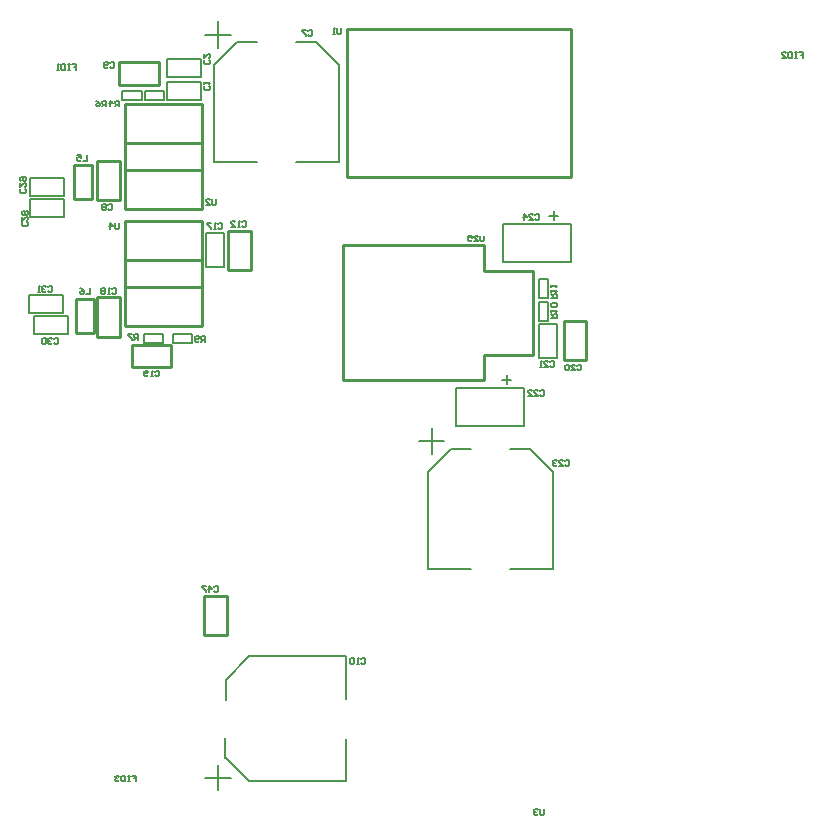
<source format=gbo>
G04 Layer_Color=32896*
%FSLAX25Y25*%
%MOIN*%
G70*
G01*
G75*
%ADD10C,0.00500*%
%ADD53C,0.01000*%
%ADD63C,0.00787*%
%ADD64C,0.00787*%
%ADD106C,0.00600*%
D10*
X549170Y720700D02*
X555670D01*
X549170Y717700D02*
Y720700D01*
Y717700D02*
X555670D01*
Y720700D01*
X542000Y799000D02*
X548500D01*
Y802000D01*
X542000D02*
X548500D01*
X542000Y799000D02*
Y802000D01*
X549500Y799000D02*
X556000D01*
Y802000D01*
X549500D02*
X556000D01*
X549500Y799000D02*
Y802000D01*
X558950Y720900D02*
X565450D01*
X558950Y717900D02*
Y720900D01*
Y717900D02*
X565450D01*
Y720900D01*
X676117Y690301D02*
Y702899D01*
X653283Y690301D02*
X676117D01*
X653283D02*
Y702899D01*
X676117D01*
X681100Y725050D02*
Y731550D01*
Y725050D02*
X684100D01*
Y731550D01*
X681100D02*
X684100D01*
X681100Y732850D02*
Y739350D01*
Y732850D02*
X684100D01*
Y739350D01*
X681100D02*
X684100D01*
X691779Y744901D02*
Y757499D01*
X668944Y744901D02*
X691779D01*
X668944D02*
Y757499D01*
X691779D01*
X571066Y803433D02*
X571399Y803100D01*
Y802433D01*
X571066Y802100D01*
X569733D01*
X569400Y802433D01*
Y803100D01*
X569733Y803433D01*
X569400Y804099D02*
Y804766D01*
Y804433D01*
X571399D01*
X571066Y804099D01*
X571133Y812233D02*
X571466Y811900D01*
Y811233D01*
X571133Y810900D01*
X569800D01*
X569467Y811233D01*
Y811900D01*
X569800Y812233D01*
X569467Y814232D02*
Y812899D01*
X570799Y814232D01*
X571133D01*
X571466Y813899D01*
Y813233D01*
X571133Y812899D01*
X603867Y821766D02*
X604200Y822099D01*
X604867D01*
X605200Y821766D01*
Y820433D01*
X604867Y820100D01*
X604200D01*
X603867Y820433D01*
X603201Y822099D02*
X601868D01*
Y821766D01*
X603201Y820433D01*
Y820100D01*
X573967Y757466D02*
X574300Y757799D01*
X574967D01*
X575300Y757466D01*
Y756133D01*
X574967Y755800D01*
X574300D01*
X573967Y756133D01*
X573301Y755800D02*
X572634D01*
X572967D01*
Y757799D01*
X573301Y757466D01*
X571634Y757799D02*
X570302D01*
Y757466D01*
X571634Y756133D01*
Y755800D01*
X684667Y711466D02*
X685000Y711799D01*
X685667D01*
X686000Y711466D01*
Y710133D01*
X685667Y709800D01*
X685000D01*
X684667Y710133D01*
X682668Y709800D02*
X684001D01*
X682668Y711133D01*
Y711466D01*
X683001Y711799D01*
X683667D01*
X684001Y711466D01*
X682001Y709800D02*
X681335D01*
X681668D01*
Y711799D01*
X682001Y711466D01*
X681467Y701839D02*
X681800Y702173D01*
X682467D01*
X682800Y701839D01*
Y700506D01*
X682467Y700173D01*
X681800D01*
X681467Y700506D01*
X679468Y700173D02*
X680801D01*
X679468Y701506D01*
Y701839D01*
X679801Y702173D01*
X680467D01*
X680801Y701839D01*
X677468Y700173D02*
X678801D01*
X677468Y701506D01*
Y701839D01*
X677802Y702173D01*
X678468D01*
X678801Y701839D01*
X689567Y678666D02*
X689900Y678999D01*
X690567D01*
X690900Y678666D01*
Y677333D01*
X690567Y677000D01*
X689900D01*
X689567Y677333D01*
X687568Y677000D02*
X688901D01*
X687568Y678333D01*
Y678666D01*
X687901Y678999D01*
X688567D01*
X688901Y678666D01*
X686901D02*
X686568Y678999D01*
X685902D01*
X685568Y678666D01*
Y678333D01*
X685902Y678000D01*
X686235D01*
X685902D01*
X685568Y677666D01*
Y677333D01*
X685902Y677000D01*
X686568D01*
X686901Y677333D01*
X679767Y760566D02*
X680100Y760899D01*
X680767D01*
X681100Y760566D01*
Y759233D01*
X680767Y758900D01*
X680100D01*
X679767Y759233D01*
X677768Y758900D02*
X679101D01*
X677768Y760233D01*
Y760566D01*
X678101Y760899D01*
X678767D01*
X679101Y760566D01*
X676102Y758900D02*
Y760899D01*
X677101Y759900D01*
X675768D01*
X510166Y758033D02*
X510499Y757700D01*
Y757033D01*
X510166Y756700D01*
X508833D01*
X508500Y757033D01*
Y757700D01*
X508833Y758033D01*
X508500Y760032D02*
Y758699D01*
X509833Y760032D01*
X510166D01*
X510499Y759699D01*
Y759033D01*
X510166Y758699D01*
Y760699D02*
X510499Y761032D01*
Y761698D01*
X510166Y762032D01*
X509833D01*
X509500Y761698D01*
X509166Y762032D01*
X508833D01*
X508500Y761698D01*
Y761032D01*
X508833Y760699D01*
X509166D01*
X509500Y761032D01*
X509833Y760699D01*
X510166D01*
X509500Y761032D02*
Y761698D01*
X509766Y769333D02*
X510099Y769000D01*
Y768333D01*
X509766Y768000D01*
X508433D01*
X508100Y768333D01*
Y769000D01*
X508433Y769333D01*
X508100Y771332D02*
Y769999D01*
X509433Y771332D01*
X509766D01*
X510099Y770999D01*
Y770333D01*
X509766Y769999D01*
X508433Y771999D02*
X508100Y772332D01*
Y772998D01*
X508433Y773332D01*
X509766D01*
X510099Y772998D01*
Y772332D01*
X509766Y771999D01*
X509433D01*
X509100Y772332D01*
Y773332D01*
X519467Y719166D02*
X519800Y719499D01*
X520467D01*
X520800Y719166D01*
Y717833D01*
X520467Y717500D01*
X519800D01*
X519467Y717833D01*
X518801Y719166D02*
X518467Y719499D01*
X517801D01*
X517468Y719166D01*
Y718833D01*
X517801Y718500D01*
X518134D01*
X517801D01*
X517468Y718166D01*
Y717833D01*
X517801Y717500D01*
X518467D01*
X518801Y717833D01*
X516801Y719166D02*
X516468Y719499D01*
X515802D01*
X515468Y719166D01*
Y717833D01*
X515802Y717500D01*
X516468D01*
X516801Y717833D01*
Y719166D01*
X517167Y736566D02*
X517500Y736899D01*
X518167D01*
X518500Y736566D01*
Y735233D01*
X518167Y734900D01*
X517500D01*
X517167Y735233D01*
X516501Y736566D02*
X516167Y736899D01*
X515501D01*
X515168Y736566D01*
Y736233D01*
X515501Y735900D01*
X515834D01*
X515501D01*
X515168Y735566D01*
Y735233D01*
X515501Y734900D01*
X516167D01*
X516501Y735233D01*
X514501Y734900D02*
X513835D01*
X514168D01*
Y736899D01*
X514501Y736566D01*
X572567Y636566D02*
X572900Y636899D01*
X573567D01*
X573900Y636566D01*
Y635233D01*
X573567Y634900D01*
X572900D01*
X572567Y635233D01*
X570901Y634900D02*
Y636899D01*
X571901Y635900D01*
X570568D01*
X569901Y636899D02*
X568568D01*
Y636566D01*
X569901Y635233D01*
Y634900D01*
X525167Y810999D02*
X526500D01*
Y810000D01*
X525834D01*
X526500D01*
Y809000D01*
X524501Y810999D02*
X523834D01*
X524167D01*
Y809000D01*
X524501D01*
X523834D01*
X522834Y810999D02*
Y809000D01*
X521835D01*
X521502Y809333D01*
Y810666D01*
X521835Y810999D01*
X522834D01*
X520835Y809000D02*
X520169D01*
X520502D01*
Y810999D01*
X520835Y810666D01*
X767767Y814999D02*
X769100D01*
Y814000D01*
X768434D01*
X769100D01*
Y813000D01*
X767101Y814999D02*
X766434D01*
X766767D01*
Y813000D01*
X767101D01*
X766434D01*
X765435Y814999D02*
Y813000D01*
X764435D01*
X764102Y813333D01*
Y814666D01*
X764435Y814999D01*
X765435D01*
X762102Y813000D02*
X763435D01*
X762102Y814333D01*
Y814666D01*
X762435Y814999D01*
X763102D01*
X763435Y814666D01*
X545367Y573699D02*
X546700D01*
Y572700D01*
X546034D01*
X546700D01*
Y571700D01*
X544701Y573699D02*
X544034D01*
X544367D01*
Y571700D01*
X544701D01*
X544034D01*
X543035Y573699D02*
Y571700D01*
X542035D01*
X541702Y572033D01*
Y573366D01*
X542035Y573699D01*
X543035D01*
X541035Y573366D02*
X540702Y573699D01*
X540035D01*
X539702Y573366D01*
Y573033D01*
X540035Y572700D01*
X540369D01*
X540035D01*
X539702Y572366D01*
Y572033D01*
X540035Y571700D01*
X540702D01*
X541035Y572033D01*
X530300Y780399D02*
Y778400D01*
X528967D01*
X526968Y780399D02*
X528301D01*
Y779400D01*
X527634Y779733D01*
X527301D01*
X526968Y779400D01*
Y778733D01*
X527301Y778400D01*
X527967D01*
X528301Y778733D01*
X531400Y736299D02*
Y734300D01*
X530067D01*
X528068Y736299D02*
X528734Y735966D01*
X529401Y735300D01*
Y734633D01*
X529067Y734300D01*
X528401D01*
X528068Y734633D01*
Y734966D01*
X528401Y735300D01*
X529401D01*
X540987Y796700D02*
Y798699D01*
X539987D01*
X539654Y798366D01*
Y797700D01*
X539987Y797366D01*
X540987D01*
X540320D02*
X539654Y796700D01*
X537988D02*
Y798699D01*
X538987Y797700D01*
X537654D01*
X536700Y796700D02*
Y798699D01*
X535700D01*
X535367Y798366D01*
Y797700D01*
X535700Y797366D01*
X536700D01*
X536034D02*
X535367Y796700D01*
X533368Y798699D02*
X534034Y798366D01*
X534701Y797700D01*
Y797033D01*
X534367Y796700D01*
X533701D01*
X533368Y797033D01*
Y797366D01*
X533701Y797700D01*
X534701D01*
X547300Y718831D02*
Y720830D01*
X546300D01*
X545967Y720497D01*
Y719830D01*
X546300Y719497D01*
X547300D01*
X546634D02*
X545967Y718831D01*
X545301Y720830D02*
X543968D01*
Y720497D01*
X545301Y719164D01*
Y718831D01*
X569800Y718300D02*
Y720299D01*
X568800D01*
X568467Y719966D01*
Y719300D01*
X568800Y718966D01*
X569800D01*
X569134D02*
X568467Y718300D01*
X567801Y718633D02*
X567467Y718300D01*
X566801D01*
X566468Y718633D01*
Y719966D01*
X566801Y720299D01*
X567467D01*
X567801Y719966D01*
Y719633D01*
X567467Y719300D01*
X566468D01*
X685100Y726100D02*
X687099D01*
Y727100D01*
X686766Y727433D01*
X686100D01*
X685766Y727100D01*
Y726100D01*
Y726766D02*
X685100Y727433D01*
Y728099D02*
Y728766D01*
Y728433D01*
X687099D01*
X686766Y728099D01*
Y729766D02*
X687099Y730099D01*
Y730765D01*
X686766Y731098D01*
X685433D01*
X685100Y730765D01*
Y730099D01*
X685433Y729766D01*
X686766D01*
X685100Y732800D02*
X687099D01*
Y733800D01*
X686766Y734133D01*
X686100D01*
X685766Y733800D01*
Y732800D01*
Y733466D02*
X685100Y734133D01*
Y734799D02*
Y735466D01*
Y735133D01*
X687099D01*
X686766Y734799D01*
X685100Y736466D02*
Y737132D01*
Y736799D01*
X687099D01*
X686766Y736466D01*
X614895Y822799D02*
Y821133D01*
X614562Y820800D01*
X613896D01*
X613562Y821133D01*
Y822799D01*
X612896Y820800D02*
X612229D01*
X612563D01*
Y822799D01*
X612896Y822466D01*
X573400Y765899D02*
Y764233D01*
X573067Y763900D01*
X572400D01*
X572067Y764233D01*
Y765899D01*
X570068Y763900D02*
X571401D01*
X570068Y765233D01*
Y765566D01*
X570401Y765899D01*
X571067D01*
X571401Y765566D01*
X541050Y757899D02*
Y756233D01*
X540717Y755900D01*
X540050D01*
X539717Y756233D01*
Y757899D01*
X538051Y755900D02*
Y757899D01*
X539051Y756900D01*
X537718D01*
X662700Y753699D02*
Y752033D01*
X662367Y751700D01*
X661700D01*
X661367Y752033D01*
Y753699D01*
X659368Y751700D02*
X660701D01*
X659368Y753033D01*
Y753366D01*
X659701Y753699D01*
X660367D01*
X660701Y753366D01*
X657368Y753699D02*
X658701D01*
Y752700D01*
X658035Y753033D01*
X657702D01*
X657368Y752700D01*
Y752033D01*
X657702Y751700D01*
X658368D01*
X658701Y752033D01*
X537467Y763966D02*
X537800Y764299D01*
X538467D01*
X538800Y763966D01*
Y762633D01*
X538467Y762300D01*
X537800D01*
X537467Y762633D01*
X536801Y763966D02*
X536467Y764299D01*
X535801D01*
X535468Y763966D01*
Y763633D01*
X535801Y763300D01*
X535468Y762966D01*
Y762633D01*
X535801Y762300D01*
X536467D01*
X536801Y762633D01*
Y762966D01*
X536467Y763300D01*
X536801Y763633D01*
Y763966D01*
X536467Y763300D02*
X535801D01*
X538067Y811266D02*
X538400Y811599D01*
X539067D01*
X539400Y811266D01*
Y809933D01*
X539067Y809600D01*
X538400D01*
X538067Y809933D01*
X537401D02*
X537067Y809600D01*
X536401D01*
X536068Y809933D01*
Y811266D01*
X536401Y811599D01*
X537067D01*
X537401Y811266D01*
Y810933D01*
X537067Y810600D01*
X536068D01*
X581867Y758266D02*
X582200Y758599D01*
X582867D01*
X583200Y758266D01*
Y756933D01*
X582867Y756600D01*
X582200D01*
X581867Y756933D01*
X581201Y756600D02*
X580534D01*
X580867D01*
Y758599D01*
X581201Y758266D01*
X578202Y756600D02*
X579534D01*
X578202Y757933D01*
Y758266D01*
X578535Y758599D01*
X579201D01*
X579534Y758266D01*
X538667Y735766D02*
X539000Y736099D01*
X539667D01*
X540000Y735766D01*
Y734433D01*
X539667Y734100D01*
X539000D01*
X538667Y734433D01*
X538001Y734100D02*
X537334D01*
X537667D01*
Y736099D01*
X538001Y735766D01*
X536335D02*
X536001Y736099D01*
X535335D01*
X535002Y735766D01*
Y735433D01*
X535335Y735100D01*
X535002Y734766D01*
Y734433D01*
X535335Y734100D01*
X536001D01*
X536335Y734433D01*
Y734766D01*
X536001Y735100D01*
X536335Y735433D01*
Y735766D01*
X536001Y735100D02*
X535335D01*
X552867Y708366D02*
X553200Y708699D01*
X553867D01*
X554200Y708366D01*
Y707033D01*
X553867Y706700D01*
X553200D01*
X552867Y707033D01*
X552201Y706700D02*
X551534D01*
X551867D01*
Y708699D01*
X552201Y708366D01*
X550534Y707033D02*
X550201Y706700D01*
X549535D01*
X549202Y707033D01*
Y708366D01*
X549535Y708699D01*
X550201D01*
X550534Y708366D01*
Y708033D01*
X550201Y707700D01*
X549202D01*
X693767Y710366D02*
X694100Y710699D01*
X694767D01*
X695100Y710366D01*
Y709033D01*
X694767Y708700D01*
X694100D01*
X693767Y709033D01*
X691768Y708700D02*
X693101D01*
X691768Y710033D01*
Y710366D01*
X692101Y710699D01*
X692767D01*
X693101Y710366D01*
X691101D02*
X690768Y710699D01*
X690102D01*
X689768Y710366D01*
Y709033D01*
X690102Y708700D01*
X690768D01*
X691101Y709033D01*
Y710366D01*
X682803Y562418D02*
Y560752D01*
X682470Y560419D01*
X681803D01*
X681470Y560752D01*
Y562418D01*
X680803Y562085D02*
X680470Y562418D01*
X679804D01*
X679470Y562085D01*
Y561752D01*
X679804Y561419D01*
X680137D01*
X679804D01*
X679470Y561085D01*
Y560752D01*
X679804Y560419D01*
X680470D01*
X680803Y560752D01*
X621638Y612666D02*
X621971Y612999D01*
X622638D01*
X622971Y612666D01*
Y611333D01*
X622638Y611000D01*
X621971D01*
X621638Y611333D01*
X620971Y611000D02*
X620305D01*
X620638D01*
Y612999D01*
X620971Y612666D01*
X619305D02*
X618972Y612999D01*
X618306D01*
X617973Y612666D01*
Y611333D01*
X618306Y611000D01*
X618972D01*
X619305Y611333D01*
Y612666D01*
D53*
X617000Y773122D02*
Y822622D01*
X691500D01*
Y773122D02*
Y822622D01*
X617000Y773122D02*
X691500D01*
X533700Y765450D02*
Y778550D01*
Y765450D02*
X541300D01*
Y778550D01*
X533700D02*
X541300D01*
X543000Y797500D02*
X568500D01*
X567500D02*
X568500D01*
X567500D02*
X568500D01*
Y762500D02*
Y797500D01*
X543000Y762500D02*
X568500D01*
X543000D02*
Y797500D01*
Y775500D02*
X568500D01*
Y784500D01*
X543000D02*
X568500D01*
X541050Y804000D02*
X554150D01*
Y811600D01*
X541050D02*
X554150D01*
X541050Y804000D02*
Y811600D01*
X526000Y777100D02*
X532000D01*
Y765800D02*
Y777100D01*
X526000Y765800D02*
X532000D01*
X526000D02*
Y777100D01*
X543000Y723500D02*
X568500D01*
X543000D02*
X544000D01*
X543000D02*
X544000D01*
X543000D02*
Y758500D01*
X568500D01*
Y723500D02*
Y758500D01*
X543000Y745500D02*
X568500D01*
X543000Y736500D02*
Y745500D01*
Y736500D02*
X568500D01*
X584900Y742100D02*
Y755200D01*
X577300D02*
X584900D01*
X577300Y742100D02*
Y755200D01*
Y742100D02*
X584900D01*
X545300Y709716D02*
X558400D01*
Y717316D01*
X545300D02*
X558400D01*
X545300Y709716D02*
Y717316D01*
X541300Y719950D02*
Y733050D01*
X533700D02*
X541300D01*
X533700Y719950D02*
Y733050D01*
Y719950D02*
X541300D01*
X526500Y721300D02*
X532500D01*
X526500D02*
Y732600D01*
X532500D01*
Y721300D02*
Y732600D01*
X569400Y620500D02*
X577000D01*
X569400D02*
Y633600D01*
X577000D01*
Y620500D02*
Y633600D01*
X689200Y712200D02*
Y725300D01*
Y712200D02*
X696800D01*
Y725300D01*
X689200D02*
X696800D01*
X615600Y705500D02*
Y750500D01*
Y705500D02*
X662600D01*
Y714000D01*
X679100D01*
Y742000D01*
X662600D02*
X679100D01*
X662600D02*
Y750500D01*
X615600D02*
X662600D01*
D63*
X573913Y816362D02*
Y825122D01*
X569681Y820693D02*
X578146D01*
X580409Y818232D02*
X587102D01*
X572634Y810457D02*
X580311Y818134D01*
X572634Y778075D02*
Y810457D01*
X572732Y778075D02*
X586905D01*
X599898Y818134D02*
X606591D01*
X614268Y810457D01*
Y778075D02*
Y810457D01*
X600095Y778075D02*
X614268D01*
X645213Y680734D02*
Y689494D01*
X640981Y685065D02*
X649446D01*
X651710Y682604D02*
X658402D01*
X643934Y674829D02*
X651611Y682506D01*
X643934Y642447D02*
Y674829D01*
X644032Y642447D02*
X658206D01*
X671198Y682506D02*
X677890D01*
X685568Y674829D01*
Y642447D02*
Y674829D01*
X671394Y642447D02*
X685568D01*
X569578Y573013D02*
X578338D01*
X574007Y568781D02*
Y577246D01*
X576468Y579509D02*
Y586202D01*
X576566Y579411D02*
X584243Y571734D01*
X616625D01*
X616625Y571832D02*
Y586005D01*
X576566Y598998D02*
Y605690D01*
X584243Y613368D01*
X616625D01*
Y599194D02*
Y613368D01*
D64*
X556850Y806500D02*
X568150D01*
Y812500D01*
X556850D02*
X568150D01*
X556850Y806500D02*
Y812500D01*
Y799000D02*
X568150D01*
Y805000D01*
X556850D02*
X568150D01*
X556850Y799000D02*
Y805000D01*
X511350Y773000D02*
X522650D01*
X511350Y767000D02*
Y773000D01*
Y767000D02*
X522650D01*
Y773000D01*
X511400Y766000D02*
X522700D01*
X511400Y760000D02*
Y766000D01*
Y760000D02*
X522700D01*
Y766000D01*
X575900Y743300D02*
Y754600D01*
X569900D02*
X575900D01*
X569900Y743300D02*
Y754600D01*
Y743300D02*
X575900D01*
X511050Y727900D02*
X522350D01*
Y733900D01*
X511050D02*
X522350D01*
X511050Y727900D02*
Y733900D01*
X512739Y721000D02*
X524039D01*
Y727000D01*
X512739D02*
X524039D01*
X512739Y721000D02*
Y727000D01*
X681000Y712850D02*
Y724150D01*
Y712850D02*
X687000D01*
Y724150D01*
X681000D02*
X687000D01*
D106*
X668700Y705600D02*
X671700D01*
X670200Y704100D02*
Y707100D01*
X684361Y760200D02*
X687361D01*
X685861Y758700D02*
Y761700D01*
M02*

</source>
